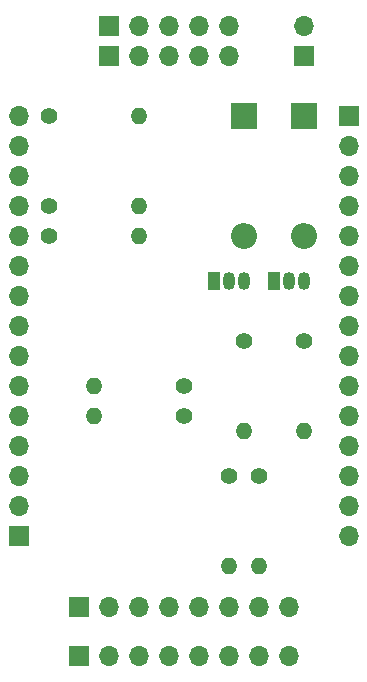
<source format=gbr>
%TF.GenerationSoftware,KiCad,Pcbnew,(6.0.7)*%
%TF.CreationDate,2023-01-13T16:37:57+02:00*%
%TF.ProjectId,Design,44657369-676e-42e6-9b69-6361645f7063,rev?*%
%TF.SameCoordinates,Original*%
%TF.FileFunction,Soldermask,Top*%
%TF.FilePolarity,Negative*%
%FSLAX46Y46*%
G04 Gerber Fmt 4.6, Leading zero omitted, Abs format (unit mm)*
G04 Created by KiCad (PCBNEW (6.0.7)) date 2023-01-13 16:37:57*
%MOMM*%
%LPD*%
G01*
G04 APERTURE LIST*
%ADD10R,1.700000X1.700000*%
%ADD11O,1.700000X1.700000*%
%ADD12R,1.050000X1.500000*%
%ADD13O,1.050000X1.500000*%
%ADD14R,2.200000X2.200000*%
%ADD15O,2.200000X2.200000*%
%ADD16C,1.400000*%
%ADD17O,1.400000X1.400000*%
G04 APERTURE END LIST*
D10*
%TO.C,J5*%
X81280000Y-50800000D03*
D11*
X83820000Y-50800000D03*
X86360000Y-50800000D03*
X88900000Y-50800000D03*
X91440000Y-50800000D03*
%TD*%
D10*
%TO.C,J1*%
X78740000Y-100012500D03*
D11*
X81280000Y-100012500D03*
X83820000Y-100012500D03*
X86360000Y-100012500D03*
X88900000Y-100012500D03*
X91440000Y-100012500D03*
X93980000Y-100012500D03*
X96520000Y-100012500D03*
%TD*%
D12*
%TO.C,Q2*%
X95250000Y-72390000D03*
D13*
X96520000Y-72390000D03*
X97790000Y-72390000D03*
%TD*%
D14*
%TO.C,D1*%
X92710000Y-58420000D03*
D15*
X92710000Y-68580000D03*
%TD*%
D14*
%TO.C,D2*%
X97790000Y-58420000D03*
D15*
X97790000Y-68580000D03*
%TD*%
D16*
%TO.C,R2*%
X91440000Y-88900000D03*
D17*
X91440000Y-96520000D03*
%TD*%
D16*
%TO.C,R5*%
X76200000Y-58420000D03*
D17*
X83820000Y-58420000D03*
%TD*%
D16*
%TO.C,R1*%
X93980000Y-88900000D03*
D17*
X93980000Y-96520000D03*
%TD*%
D16*
%TO.C,R7*%
X76200000Y-68580000D03*
D17*
X83820000Y-68580000D03*
%TD*%
D16*
%TO.C,R3*%
X87630000Y-81280000D03*
D17*
X80010000Y-81280000D03*
%TD*%
D10*
%TO.C,J3*%
X73660000Y-93980000D03*
D11*
X73660000Y-91440000D03*
X73660000Y-88900000D03*
X73660000Y-86360000D03*
X73660000Y-83820000D03*
X73660000Y-81280000D03*
X73660000Y-78740000D03*
X73660000Y-76200000D03*
X73660000Y-73660000D03*
X73660000Y-71120000D03*
X73660000Y-68580000D03*
X73660000Y-66040000D03*
X73660000Y-63500000D03*
X73660000Y-60960000D03*
X73660000Y-58420000D03*
%TD*%
D16*
%TO.C,R8*%
X87630000Y-83820000D03*
D17*
X80010000Y-83820000D03*
%TD*%
D10*
%TO.C,J7*%
X81280000Y-53340000D03*
D11*
X83820000Y-53340000D03*
X86360000Y-53340000D03*
X88900000Y-53340000D03*
X91440000Y-53340000D03*
%TD*%
D16*
%TO.C,R6*%
X76200000Y-66040000D03*
D17*
X83820000Y-66040000D03*
%TD*%
D16*
%TO.C,R4*%
X92710000Y-77470000D03*
D17*
X92710000Y-85090000D03*
%TD*%
D10*
%TO.C,J6*%
X97790000Y-53340000D03*
D11*
X97790000Y-50800000D03*
%TD*%
D16*
%TO.C,R9*%
X97790000Y-77470000D03*
D17*
X97790000Y-85090000D03*
%TD*%
D10*
%TO.C,J2*%
X101600000Y-58420000D03*
D11*
X101600000Y-60960000D03*
X101600000Y-63500000D03*
X101600000Y-66040000D03*
X101600000Y-68580000D03*
X101600000Y-71120000D03*
X101600000Y-73660000D03*
X101600000Y-76200000D03*
X101600000Y-78740000D03*
X101600000Y-81280000D03*
X101600000Y-83820000D03*
X101600000Y-86360000D03*
X101600000Y-88900000D03*
X101600000Y-91440000D03*
X101600000Y-93980000D03*
%TD*%
D12*
%TO.C,Q1*%
X90170000Y-72390000D03*
D13*
X91440000Y-72390000D03*
X92710000Y-72390000D03*
%TD*%
D10*
%TO.C,J4*%
X78740000Y-104140000D03*
D11*
X81280000Y-104140000D03*
X83820000Y-104140000D03*
X86360000Y-104140000D03*
X88900000Y-104140000D03*
X91440000Y-104140000D03*
X93980000Y-104140000D03*
X96520000Y-104140000D03*
%TD*%
M02*

</source>
